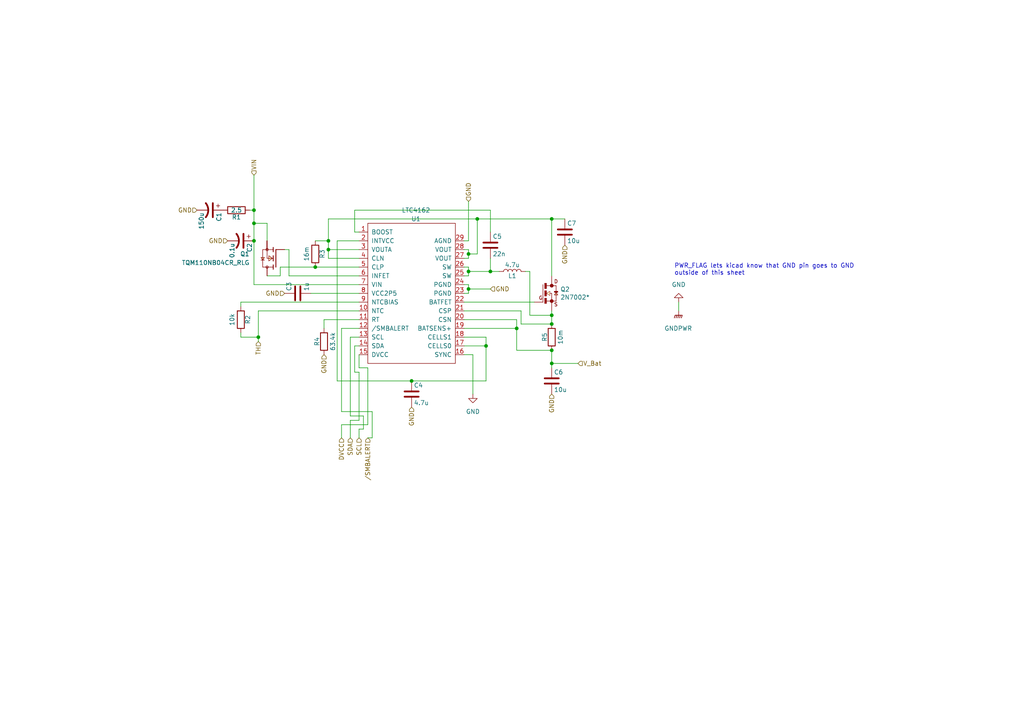
<source format=kicad_sch>
(kicad_sch (version 20211123) (generator eeschema)
  (paper "A4")
  (lib_symbols
    (symbol "2N7002_:2N7002*" (pin_numbers hide) (pin_names (offset 1.016) hide)
      (property "Reference" "Q" (at 2.54 0 0))
      (property "Value" "2N7002*" (at 2.54 -2.54 0))
      (symbol "2N7002*_0_0"
        (rectangle (start -2.032 -2.921) (end -1.524 -1.397) (fill (type outline)))
        (rectangle (start -2.032 -0.762) (end -1.524 0.762) (fill (type outline)))
        (rectangle (start -2.032 1.397) (end -1.524 2.921) (fill (type outline)))
        (circle (center 0 -2.2352) (radius 0.127) (stroke (width 0.4064)))
        (polyline (pts (xy -2.54 -2.54) (xy -2.54 2.54)) (stroke (width 0.1524)))
        (polyline (pts (xy -1.6002 -2.2352) (xy 0 -2.2352)) (stroke (width 0.1524)))
        (polyline (pts (xy -1.6002 2.2352) (xy 0 2.2352)) (stroke (width 0.1524)))
        (polyline (pts (xy -0.508 0) (xy 0 0)) (stroke (width 0.1524)))
        (polyline (pts (xy 0 -2.2352) (xy 0 -2.54)) (stroke (width 0.1524)))
        (polyline (pts (xy 0 0) (xy 0 -2.2352)) (stroke (width 0.1524)))
        (polyline (pts (xy 0 2.2352) (xy 1.27 2.2352)) (stroke (width 0.1524)))
        (polyline (pts (xy 0 2.54) (xy 0 2.2352)) (stroke (width 0.1524)))
        (polyline (pts (xy 1.27 -2.2352) (xy 0 -2.2352)) (stroke (width 0.1524)))
        (polyline (pts (xy 1.27 2.2352) (xy 1.27 -2.2352)) (stroke (width 0.1524)))
        (polyline (pts (xy -1.524 0) (xy -0.508 0.635) (xy -0.508 -0.635) (xy -1.524 0)) (stroke (width 0.1016)) (fill (type background)))
        (polyline (pts (xy 1.27 0.3302) (xy 0.762 -0.4572) (xy 1.778 -0.4572) (xy 1.27 0.3302)) (stroke (width 0.1524)) (fill (type background)))
        (circle (center 0 2.2352) (radius 0.127) (stroke (width 0.4064)))
        (rectangle (start 0.762 0.3302) (end 1.778 0.5842) (fill (type outline)))
        (text "D" (at 0.635 2.8702 0) (effects (font (size 1.016 1.016)) (justify left bottom)))
        (text "G" (at -3.81 -1.905 0) (effects (font (size 1.016 1.016)) (justify left bottom)))
        (text "S" (at 0.635 -3.81 0) (effects (font (size 1.016 1.016)) (justify left bottom)))
        (pin passive line (at -5.08 -2.54 0) (length 2.54) (name "~") (number "1"))
        (pin passive line (at 0 -5.08 90) (length 2.54) (name "~") (number "2"))
        (pin passive line (at 0 5.08 270) (length 2.54) (name "~") (number "3"))
      )
    )
    (symbol "Device:C" (pin_numbers hide) (pin_names (offset 0.254))
      (property "Reference" "C" (at 0.635 2.54 0))
      (property "Value" "C" (at 0.635 -2.54 0))
      (symbol "C_0_1"
        (polyline (pts (xy -2.032 -0.762) (xy 2.032 -0.762)) (stroke (width 0.508)))
        (polyline (pts (xy -2.032 0.762) (xy 2.032 0.762)) (stroke (width 0.508)))
      )
      (symbol "C_1_1"
        (pin passive line (at 0 3.81 270) (length 2.794) (name "~") (number "1"))
        (pin passive line (at 0 -3.81 90) (length 2.794) (name "~") (number "2"))
      )
    )
    (symbol "Device:C_Polarized_US" (pin_numbers hide) (pin_names (offset 0.254) hide)
      (property "Reference" "C" (at 0.635 2.54 0))
      (property "Value" "C_Polarized_US" (at 0.635 -2.54 0))
      (symbol "C_Polarized_US_0_1"
        (polyline (pts (xy -2.032 0.762) (xy 2.032 0.762)) (stroke (width 0.508)))
        (polyline (pts (xy -1.778 2.286) (xy -0.762 2.286)))
        (polyline (pts (xy -1.27 1.778) (xy -1.27 2.794)))
        (arc (start 2.032 -1.27) (mid 0 -0.5572) (end -2.032 -1.27) (stroke (width 0.508)))
      )
      (symbol "C_Polarized_US_1_1"
        (pin passive line (at 0 3.81 270) (length 2.794) (name "~") (number "1"))
        (pin passive line (at 0 -3.81 90) (length 3.302) (name "~") (number "2"))
      )
    )
    (symbol "Device:L" (pin_numbers hide) (pin_names (offset 1.016) hide)
      (property "Reference" "L" (at -1.27 0 90))
      (property "Value" "L" (at 1.905 0 90))
      (symbol "L_0_1"
        (arc (start 0 -2.54) (mid 0.635 -1.905) (end 0 -1.27))
        (arc (start 0 -1.27) (mid 0.635 -0.635) (end 0 0))
        (arc (start 0 0) (mid 0.635 0.635) (end 0 1.27))
        (arc (start 0 1.27) (mid 0.635 1.905) (end 0 2.54))
      )
      (symbol "L_1_1"
        (pin passive line (at 0 3.81 270) (length 1.27) (name "1") (number "1"))
        (pin passive line (at 0 -3.81 90) (length 1.27) (name "2") (number "2"))
      )
    )
    (symbol "Device:R" (pin_numbers hide) (pin_names (offset 0))
      (property "Reference" "R" (at 2.032 0 90))
      (property "Value" "R" (at 0 0 90))
      (symbol "R_0_1"
        (rectangle (start -1.016 -2.54) (end 1.016 2.54) (stroke (width 0.254)))
      )
      (symbol "R_1_1"
        (pin passive line (at 0 3.81 270) (length 1.27) (name "~") (number "1"))
        (pin passive line (at 0 -3.81 90) (length 1.27) (name "~") (number "2"))
      )
    )
    (symbol "LTC4162IUFD:LTC4162" (pin_names (offset 1.016))
      (property "Reference" "U" (at 0 21.59 0))
      (property "Value" "LTC4162" (at 0 24.13 0))
      (symbol "LTC4162_0_1"
        (rectangle (start -13.97 20.32) (end 11.43 -20.32))
      )
      (symbol "LTC4162_1_1"
        (pin input line (at -16.51 17.78 0) (length 2.54) (name "BOOST") (number "1"))
        (pin input line (at -16.51 -5.08 0) (length 2.54) (name "NTC") (number "10"))
        (pin input line (at -16.51 -7.62 0) (length 2.54) (name "RT") (number "11"))
        (pin input line (at -16.51 -10.16 0) (length 2.54) (name "/SMBALERT") (number "12"))
        (pin input line (at -16.51 -12.7 0) (length 2.54) (name "SCL") (number "13"))
        (pin input line (at -16.51 -15.24 0) (length 2.54) (name "SDA") (number "14"))
        (pin input line (at -16.51 -17.78 0) (length 2.54) (name "DVCC") (number "15"))
        (pin input line (at 13.97 -17.78 180) (length 2.54) (name "SYNC") (number "16"))
        (pin input line (at 13.97 -15.24 180) (length 2.54) (name "CELLS0") (number "17"))
        (pin input line (at 13.97 -12.7 180) (length 2.54) (name "CELLS1") (number "18"))
        (pin input line (at 13.97 -10.16 180) (length 2.54) (name "BATSENS+") (number "19"))
        (pin input line (at -16.51 15.24 0) (length 2.54) (name "INTVCC") (number "2"))
        (pin input line (at 13.97 -7.62 180) (length 2.54) (name "CSN") (number "20"))
        (pin input line (at 13.97 -5.08 180) (length 2.54) (name "CSP") (number "21"))
        (pin input line (at 13.97 -2.54 180) (length 2.54) (name "BATFET") (number "22"))
        (pin input line (at 13.97 0 180) (length 2.54) (name "PGND") (number "23"))
        (pin input line (at 13.97 2.54 180) (length 2.54) (name "PGND") (number "24"))
        (pin input line (at 13.97 5.08 180) (length 2.54) (name "SW") (number "25"))
        (pin input line (at 13.97 7.62 180) (length 2.54) (name "SW") (number "26"))
        (pin input line (at 13.97 10.16 180) (length 2.54) (name "VOUT") (number "27"))
        (pin input line (at 13.97 12.7 180) (length 2.54) (name "VOUT") (number "28"))
        (pin input line (at 13.97 15.24 180) (length 2.54) (name "AGND") (number "29"))
        (pin input line (at -16.51 12.7 0) (length 2.54) (name "VOUTA") (number "3"))
        (pin input line (at -16.51 10.16 0) (length 2.54) (name "CLN") (number "4"))
        (pin input line (at -16.51 7.62 0) (length 2.54) (name "CLP") (number "5"))
        (pin input line (at -16.51 5.08 0) (length 2.54) (name "INFET") (number "6"))
        (pin input line (at -16.51 2.54 0) (length 2.54) (name "VIN") (number "7"))
        (pin input line (at -16.51 0 0) (length 2.54) (name "VCC2P5") (number "8"))
        (pin input line (at -16.51 -2.54 0) (length 2.54) (name "NTCBIAS") (number "9"))
      )
    )
    (symbol "TQM110NB04CR_RLG:TQM110NB04CR_RLG" (pin_numbers hide) (pin_names (offset 1.016) hide)
      (property "Reference" "Q" (at -8.89 2.54 0))
      (property "Value" "TQM110NB04CR_RLG" (at -8.89 -7.62 0))
      (symbol "TQM110NB04CR_RLG_0_0"
        (polyline (pts (xy 0 2.54) (xy 0 -2.54)) (stroke (width 0.254)))
        (polyline (pts (xy 0.762 -2.54) (xy 0.762 -3.175)) (stroke (width 0.254)))
        (polyline (pts (xy 0.762 -1.905) (xy 0.762 -2.54)) (stroke (width 0.254)))
        (polyline (pts (xy 0.762 0) (xy 0.762 -0.762)) (stroke (width 0.254)))
        (polyline (pts (xy 0.762 0) (xy 2.54 0)) (stroke (width 0.1524)))
        (polyline (pts (xy 0.762 0.762) (xy 0.762 0)) (stroke (width 0.254)))
        (polyline (pts (xy 0.762 2.54) (xy 0.762 1.905)) (stroke (width 0.254)))
        (polyline (pts (xy 0.762 2.54) (xy 3.81 2.54)) (stroke (width 0.1524)))
        (polyline (pts (xy 0.762 3.175) (xy 0.762 2.54)) (stroke (width 0.254)))
        (polyline (pts (xy 2.54 -2.54) (xy 0.762 -2.54)) (stroke (width 0.1524)))
        (polyline (pts (xy 2.54 -2.54) (xy 3.81 -2.54)) (stroke (width 0.1524)))
        (polyline (pts (xy 2.54 0) (xy 2.54 -2.54)) (stroke (width 0.1524)))
        (polyline (pts (xy 3.81 0.508) (xy 3.302 0.508)) (stroke (width 0.1524)))
        (polyline (pts (xy 3.81 0.508) (xy 3.81 -2.54)) (stroke (width 0.1524)))
        (polyline (pts (xy 3.81 2.54) (xy 3.81 0.508)) (stroke (width 0.1524)))
        (polyline (pts (xy 4.318 0.508) (xy 3.81 0.508)) (stroke (width 0.1524)))
        (polyline (pts (xy 1.016 0) (xy 2.032 0.762) (xy 2.032 -0.762) (xy 1.016 0)) (stroke (width 0.1524)) (fill (type background)))
        (polyline (pts (xy 3.81 0.508) (xy 3.302 -0.254) (xy 4.318 -0.254) (xy 3.81 0.508)) (stroke (width 0.1524)) (fill (type background)))
        (circle (center 2.54 -2.54) (radius 0.3556))
        (circle (center 2.54 2.54) (radius 0.3556))
        (pin passive line (at 2.54 -5.08 90) (length 2.54) (name "~") (number "1"))
        (pin passive line (at 2.54 -5.08 90) (length 2.54) (name "~") (number "2"))
        (pin passive line (at 2.54 -5.08 90) (length 2.54) (name "~") (number "3"))
        (pin passive line (at -2.54 -2.54 0) (length 2.54) (name "~") (number "4"))
        (pin passive line (at 2.54 5.08 270) (length 2.54) (name "~") (number "5_8"))
      )
    )
    (symbol "power:GND" (power) (pin_names (offset 0))
      (property "Value" "GND" (at 0 -3.81 0))
      (symbol "GND_0_1"
        (polyline (pts (xy 0 0) (xy 0 -1.27) (xy 1.27 -1.27) (xy 0 -2.54) (xy -1.27 -1.27) (xy 0 -1.27)))
      )
      (symbol "GND_1_1"
        (pin power_in line (at 0 0 270) (length 0) hide (name "GND") (number "1"))
      )
    )
    (symbol "power:GNDPWR" (power) (pin_names (offset 0))
      (property "Value" "GNDPWR" (at 0 -3.302 0))
      (symbol "GNDPWR_0_1"
        (polyline (pts (xy 0 -1.27) (xy 0 0)))
        (polyline (pts (xy -1.016 -1.27) (xy -1.27 -2.032) (xy -1.27 -2.032)) (stroke (width 0.2032)))
        (polyline (pts (xy -0.508 -1.27) (xy -0.762 -2.032) (xy -0.762 -2.032)) (stroke (width 0.2032)))
        (polyline (pts (xy 0 -1.27) (xy -0.254 -2.032) (xy -0.254 -2.032)) (stroke (width 0.2032)))
        (polyline (pts (xy 0.508 -1.27) (xy 0.254 -2.032) (xy 0.254 -2.032)) (stroke (width 0.2032)))
        (polyline (pts (xy 1.016 -1.27) (xy -1.016 -1.27) (xy -1.016 -1.27)) (stroke (width 0.2032)))
        (polyline (pts (xy 1.016 -1.27) (xy 0.762 -2.032) (xy 0.762 -2.032) (xy 0.762 -2.032)) (stroke (width 0.2032)))
      )
      (symbol "GNDPWR_1_1"
        (pin power_in line (at 0 0 270) (length 0) hide (name "GNDPWR") (number "1"))
      )
    )
  )
  (junction (at 138.43 63.5))
  (junction (at 160.02 63.5))
  (junction (at 160.02 105.41))
  (junction (at 73.66 60.96))
  (junction (at 135.89 83.82))
  (junction (at 149.86 95.25))
  (junction (at 91.44 77.47))
  (junction (at 160.02 91.44))
  (junction (at 73.66 64.77))
  (junction (at 95.25 72.39))
  (junction (at 142.24 78.74))
  (junction (at 95.25 69.85))
  (junction (at 160.02 101.6))
  (junction (at 119.38 110.49))
  (junction (at 140.97 100.33))
  (junction (at 135.89 78.74))
  (junction (at 160.02 93.98))
  (junction (at 73.66 69.85))
  (junction (at 135.89 73.66))
  (junction (at 74.93 97.79))
  (wire (pts (xy 135.89 73.66) (xy 138.43 73.66)))
  (wire (pts (xy 104.14 87.63) (xy 69.85 87.63)))
  (wire (pts (xy 73.66 50.8) (xy 73.66 60.96)))
  (wire (pts (xy 140.97 100.33) (xy 140.97 110.49)))
  (wire (pts (xy 77.47 80.01) (xy 81.28 80.01)))
  (wire (pts (xy 97.79 110.49) (xy 119.38 110.49)))
  (wire (pts (xy 160.02 101.6) (xy 160.02 105.41)))
  (wire (pts (xy 151.13 90.17) (xy 151.13 93.98)))
  (wire (pts (xy 95.25 69.85) (xy 95.25 72.39)))
  (wire (pts (xy 83.82 80.01) (xy 104.14 80.01)))
  (wire (pts (xy 106.68 123.19) (xy 99.06 123.19)))
  (wire (pts (xy 91.44 77.47) (xy 104.14 77.47)))
  (wire (pts (xy 101.6 97.79) (xy 101.6 120.65)))
  (wire (pts (xy 95.25 72.39) (xy 95.25 74.93)))
  (wire (pts (xy 73.66 60.96) (xy 73.66 64.77)))
  (wire (pts (xy 101.6 120.65) (xy 105.41 120.65)))
  (wire (pts (xy 102.87 100.33) (xy 102.87 107.95)))
  (wire (pts (xy 104.14 92.71) (xy 93.98 92.71)))
  (wire (pts (xy 135.89 80.01) (xy 134.62 80.01)))
  (wire (pts (xy 69.85 87.63) (xy 69.85 88.9)))
  (wire (pts (xy 149.86 101.6) (xy 160.02 101.6)))
  (wire (pts (xy 134.62 102.87) (xy 137.16 102.87)))
  (wire (pts (xy 142.24 78.74) (xy 144.78 78.74)))
  (wire (pts (xy 73.66 69.85) (xy 73.66 64.77)))
  (wire (pts (xy 138.43 73.66) (xy 138.43 63.5)))
  (wire (pts (xy 74.93 97.79) (xy 74.93 99.06)))
  (wire (pts (xy 160.02 80.01) (xy 160.02 63.5)))
  (wire (pts (xy 149.86 95.25) (xy 149.86 101.6)))
  (wire (pts (xy 135.89 78.74) (xy 142.24 78.74)))
  (wire (pts (xy 140.97 97.79) (xy 140.97 100.33)))
  (wire (pts (xy 102.87 60.96) (xy 142.24 60.96)))
  (wire (pts (xy 82.55 72.39) (xy 83.82 72.39)))
  (wire (pts (xy 135.89 83.82) (xy 142.24 83.82)))
  (wire (pts (xy 135.89 72.39) (xy 135.89 73.66)))
  (wire (pts (xy 104.14 82.55) (xy 73.66 82.55)))
  (wire (pts (xy 134.62 97.79) (xy 140.97 97.79)))
  (wire (pts (xy 134.62 92.71) (xy 149.86 92.71)))
  (wire (pts (xy 95.25 72.39) (xy 104.14 72.39)))
  (wire (pts (xy 107.95 127) (xy 106.68 127)))
  (wire (pts (xy 135.89 69.85) (xy 134.62 69.85)))
  (wire (pts (xy 152.4 78.74) (xy 153.67 78.74)))
  (wire (pts (xy 73.66 82.55) (xy 73.66 69.85)))
  (wire (pts (xy 93.98 92.71) (xy 93.98 95.25)))
  (wire (pts (xy 134.62 95.25) (xy 149.86 95.25)))
  (wire (pts (xy 99.06 95.25) (xy 99.06 119.38)))
  (wire (pts (xy 104.14 106.68) (xy 104.14 102.87)))
  (wire (pts (xy 99.06 95.25) (xy 104.14 95.25)))
  (wire (pts (xy 97.79 69.85) (xy 97.79 110.49)))
  (wire (pts (xy 99.06 119.38) (xy 107.95 119.38)))
  (wire (pts (xy 104.14 67.31) (xy 102.87 67.31)))
  (wire (pts (xy 104.14 107.95) (xy 104.14 121.92)))
  (wire (pts (xy 95.25 63.5) (xy 95.25 69.85)))
  (wire (pts (xy 142.24 78.74) (xy 142.24 74.93)))
  (wire (pts (xy 99.06 123.19) (xy 99.06 127)))
  (wire (pts (xy 102.87 107.95) (xy 104.14 107.95)))
  (wire (pts (xy 135.89 69.85) (xy 135.89 58.42)))
  (wire (pts (xy 106.68 106.68) (xy 104.14 106.68)))
  (wire (pts (xy 153.67 91.44) (xy 160.02 91.44)))
  (wire (pts (xy 69.85 96.52) (xy 69.85 97.79)))
  (wire (pts (xy 81.28 80.01) (xy 81.28 77.47)))
  (wire (pts (xy 105.41 124.46) (xy 104.14 124.46)))
  (wire (pts (xy 95.25 63.5) (xy 138.43 63.5)))
  (wire (pts (xy 104.14 90.17) (xy 74.93 90.17)))
  (wire (pts (xy 160.02 91.44) (xy 160.02 93.98)))
  (wire (pts (xy 160.02 63.5) (xy 163.83 63.5)))
  (wire (pts (xy 196.85 87.63) (xy 196.85 90.17)))
  (wire (pts (xy 160.02 105.41) (xy 167.64 105.41)))
  (wire (pts (xy 134.62 100.33) (xy 140.97 100.33)))
  (wire (pts (xy 104.14 124.46) (xy 104.14 127)))
  (wire (pts (xy 134.62 82.55) (xy 135.89 82.55)))
  (wire (pts (xy 135.89 78.74) (xy 135.89 80.01)))
  (wire (pts (xy 102.87 67.31) (xy 102.87 60.96)))
  (wire (pts (xy 106.68 106.68) (xy 106.68 123.19)))
  (wire (pts (xy 135.89 82.55) (xy 135.89 83.82)))
  (wire (pts (xy 107.95 119.38) (xy 107.95 127)))
  (wire (pts (xy 135.89 74.93) (xy 134.62 74.93)))
  (wire (pts (xy 74.93 90.17) (xy 74.93 97.79)))
  (wire (pts (xy 138.43 63.5) (xy 160.02 63.5)))
  (wire (pts (xy 135.89 85.09) (xy 134.62 85.09)))
  (wire (pts (xy 83.82 72.39) (xy 83.82 80.01)))
  (wire (pts (xy 77.47 64.77) (xy 73.66 64.77)))
  (wire (pts (xy 142.24 60.96) (xy 142.24 67.31)))
  (wire (pts (xy 104.14 100.33) (xy 102.87 100.33)))
  (wire (pts (xy 134.62 77.47) (xy 135.89 77.47)))
  (wire (pts (xy 95.25 74.93) (xy 104.14 74.93)))
  (wire (pts (xy 135.89 73.66) (xy 135.89 74.93)))
  (wire (pts (xy 160.02 91.44) (xy 160.02 90.17)))
  (wire (pts (xy 149.86 92.71) (xy 149.86 95.25)))
  (wire (pts (xy 104.14 85.09) (xy 90.17 85.09)))
  (wire (pts (xy 135.89 77.47) (xy 135.89 78.74)))
  (wire (pts (xy 135.89 83.82) (xy 135.89 85.09)))
  (wire (pts (xy 81.28 77.47) (xy 91.44 77.47)))
  (wire (pts (xy 160.02 105.41) (xy 160.02 106.68)))
  (wire (pts (xy 104.14 69.85) (xy 97.79 69.85)))
  (wire (pts (xy 91.44 69.85) (xy 95.25 69.85)))
  (wire (pts (xy 72.39 60.96) (xy 73.66 60.96)))
  (wire (pts (xy 151.13 93.98) (xy 160.02 93.98)))
  (wire (pts (xy 104.14 97.79) (xy 101.6 97.79)))
  (wire (pts (xy 119.38 110.49) (xy 140.97 110.49)))
  (wire (pts (xy 134.62 72.39) (xy 135.89 72.39)))
  (wire (pts (xy 101.6 121.92) (xy 101.6 127)))
  (wire (pts (xy 105.41 120.65) (xy 105.41 124.46)))
  (wire (pts (xy 104.14 121.92) (xy 101.6 121.92)))
  (wire (pts (xy 154.94 87.63) (xy 134.62 87.63)))
  (wire (pts (xy 69.85 97.79) (xy 74.93 97.79)))
  (wire (pts (xy 153.67 78.74) (xy 153.67 91.44)))
  (wire (pts (xy 134.62 90.17) (xy 151.13 90.17)))
  (wire (pts (xy 77.47 69.85) (xy 77.47 64.77)))
  (wire (pts (xy 137.16 102.87) (xy 137.16 114.3)))
  (text "PWR_FLAG lets kicad know that GND pin goes to GND\noutside of this sheet" (at 195.58 80.01 0) (effects (font (size 1.27 1.27)) (justify left bottom)))
  (hierarchical_label "GND" (shape input) (at 93.98 102.87 270))
  (hierarchical_label "SDA" (shape input) (at 101.6 127 270))
  (hierarchical_label "GND" (shape input) (at 163.83 71.12 270))
  (hierarchical_label "SCL" (shape input) (at 104.14 127 270))
  (hierarchical_label "GND" (shape input) (at 160.02 114.3 270))
  (hierarchical_label "V_Bat" (shape input) (at 167.64 105.41 0))
  (hierarchical_label "{slash}SMBALERT" (shape input) (at 106.68 127 270))
  (hierarchical_label "GND" (shape input) (at 135.89 58.42 90))
  (hierarchical_label "GND" (shape input) (at 142.24 83.82 0))
  (hierarchical_label "GND" (shape input) (at 119.38 118.11 270))
  (hierarchical_label "GND" (shape input) (at 82.55 85.09 180))
  (hierarchical_label "DVCC" (shape input) (at 99.06 127 270))
  (hierarchical_label "GND" (shape input) (at 66.04 69.85 180))
  (hierarchical_label "GND" (shape input) (at 57.15 60.96 180))
  (hierarchical_label "TH" (shape input) (at 74.93 99.06 270))
  (hierarchical_label "VIN" (shape input) (at 73.66 50.8 90))
  (symbol (lib_id "LTC4162IUFD:LTC4162") (at 120.65 85.09 0) (unit 1)
    (property "Reference" "U1" (at 120.65 63.5 0))
    (property "Value" "LTC4162" (at 120.65 60.96 0))
    (property "Footprint" "LTC4162:QFN50P500X400X80-29N" (effects hide))
  )
  (symbol (lib_id "Device:C") (at 86.36 85.09 90) (unit 1)
    (property "Reference" "C3" (at 83.82 84.455 0) (effects (justify left)))
    (property "Value" "1u" (at 88.9 84.455 0) (effects (justify left)))
    (property "Footprint" "Capacitor_SMD:C_0603_1608Metric_Pad1.08x0.95mm_HandSolder" (effects hide))
  )
  (symbol (lib_id "Device:R") (at 91.44 73.66 0) (unit 1)
    (property "Reference" "R3" (at 93.472 73.66 90))
    (property "Value" "16m" (at 88.9 73.66 90))
    (property "Footprint" "Resistor_SMD:R_0603_1608Metric_Pad0.98x0.95mm_HandSolder" (effects hide))
  )
  (symbol (lib_id "Device:C") (at 163.83 67.31 0) (unit 1)
    (property "Reference" "C7" (at 164.465 64.77 0) (effects (justify left)))
    (property "Value" "10u" (at 164.465 69.85 0) (effects (justify left)))
    (property "Footprint" "Capacitor_SMD:C_0603_1608Metric_Pad1.08x0.95mm_HandSolder" (effects hide))
  )
  (symbol (lib_id "Device:L") (at 148.59 78.74 90) (unit 1)
    (property "Reference" "L1" (at 148.59 80.01 90))
    (property "Value" "4.7u" (at 148.59 76.835 90))
    (property "Footprint" "Inductor_SMD:L_0603_1608Metric_Pad1.05x0.95mm_HandSolder" (effects hide))
  )
  (symbol (lib_id "2N7002_:2N7002*") (at 160.02 85.09 0) (unit 1)
    (property "Reference" "Q2" (at 162.5092 83.9216 0) (effects (justify left)))
    (property "Value" "2N7002*" (at 162.5092 86.233 0) (effects (justify left)))
    (property "Footprint" "2N7002:SOT23" (effects hide))
  )
  (symbol (lib_id "Device:R") (at 93.98 99.06 180) (unit 1)
    (property "Reference" "R4" (at 91.948 99.06 90))
    (property "Value" "63.4k" (at 96.52 99.06 90))
    (property "Footprint" "Resistor_SMD:R_0603_1608Metric_Pad0.98x0.95mm_HandSolder" (effects hide))
  )
  (symbol (lib_id "power:GND") (at 196.85 87.63 180) (unit 1)
    (property "Reference" "#PWR0110" (effects hide))
    (property "Value" "GND" (at 196.85 82.55 0))
  )
  (symbol (lib_id "Device:C") (at 160.02 110.49 0) (unit 1)
    (property "Reference" "C6" (at 160.655 107.95 0) (effects (justify left)))
    (property "Value" "10u" (at 160.655 113.03 0) (effects (justify left)))
    (property "Footprint" "Capacitor_SMD:C_0603_1608Metric_Pad1.08x0.95mm_HandSolder" (effects hide))
  )
  (symbol (lib_id "Device:C") (at 119.38 114.3 0) (unit 1)
    (property "Reference" "C4" (at 120.015 111.76 0) (effects (justify left)))
    (property "Value" "4.7u" (at 120.015 116.84 0) (effects (justify left)))
    (property "Footprint" "Capacitor_SMD:C_0603_1608Metric_Pad1.08x0.95mm_HandSolder" (effects hide))
  )
  (symbol (lib_id "power:GND") (at 137.16 114.3 0) (unit 1)
    (property "Reference" "#PWR0106" (effects hide))
    (property "Value" "GND" (at 137.16 119.38 0))
  )
  (symbol (lib_id "Device:C_Polarized_US") (at 60.96 60.96 270) (unit 1)
    (property "Reference" "C1" (at 63.5 61.595 0) (effects (justify left)))
    (property "Value" "150u" (at 58.42 61.595 0) (effects (justify left)))
    (property "Footprint" "Capacitor_SMD:C_1210_3225Metric_Pad1.33x2.70mm_HandSolder" (effects hide))
  )
  (symbol (lib_id "power:GNDPWR") (at 196.85 90.17 0) (unit 1)
    (property "Reference" "#PWR0118" (effects hide))
    (property "Value" "GNDPWR" (at 196.723 95.25 0))
  )
  (symbol (lib_id "Device:R") (at 69.85 92.71 0) (unit 1)
    (property "Reference" "R2" (at 71.882 92.71 90))
    (property "Value" "10k" (at 67.31 92.71 90))
    (property "Footprint" "Resistor_SMD:R_0603_1608Metric_Pad0.98x0.95mm_HandSolder" (effects hide))
  )
  (symbol (lib_id "Device:C") (at 142.24 71.12 0) (unit 1)
    (property "Reference" "C5" (at 142.875 68.58 0) (effects (justify left)))
    (property "Value" "22n" (at 142.875 73.66 0) (effects (justify left)))
    (property "Footprint" "Capacitor_SMD:C_0603_1608Metric_Pad1.08x0.95mm_HandSolder" (effects hide))
  )
  (symbol (lib_id "TQM110NB04CR_RLG:TQM110NB04CR_RLG") (at 80.01 74.93 180) (unit 1)
    (property "Reference" "Q1" (at 72.39 73.66 0) (effects (justify left)))
    (property "Value" "TQM110NB04CR_RLG" (at 72.39 76.2 0) (effects (justify left)))
    (property "Footprint" "TQM110N:TRANS_TQM110NB04CR_RLG" (effects hide))
    (property "MAXIMUM_PACKAGE_HEIGHT" "1.1 mm" (effects hide))
    (property "PARTREV" "A1910" (effects hide))
    (property "MANUFACTURER" "Taiwan Semiconductor" (effects hide))
    (property "STANDARD" "Manufacturer Recommendations" (effects hide))
  )
  (symbol (lib_id "Device:C_Polarized_US") (at 69.85 69.85 270) (unit 1)
    (property "Reference" "C2" (at 72.39 70.485 0) (effects (justify left)))
    (property "Value" "0.1u" (at 67.31 70.485 0) (effects (justify left)))
    (property "Footprint" "Capacitor_SMD:C_0603_1608Metric_Pad1.08x0.95mm_HandSolder" (effects hide))
  )
  (symbol (lib_id "Device:R") (at 68.58 60.96 270) (unit 1)
    (property "Reference" "R1" (at 68.58 62.992 90))
    (property "Value" "2.5" (at 68.58 60.96 90))
    (property "Footprint" "Resistor_SMD:R_0603_1608Metric_Pad0.98x0.95mm_HandSolder" (effects hide))
  )
  (symbol (lib_id "Device:R") (at 160.02 97.79 180) (unit 1)
    (property "Reference" "R5" (at 157.988 97.79 90))
    (property "Value" "10m" (at 162.56 97.79 90))
    (property "Footprint" "Resistor_SMD:R_0603_1608Metric_Pad0.98x0.95mm_HandSolder" (effects hide))
  )
)
</source>
